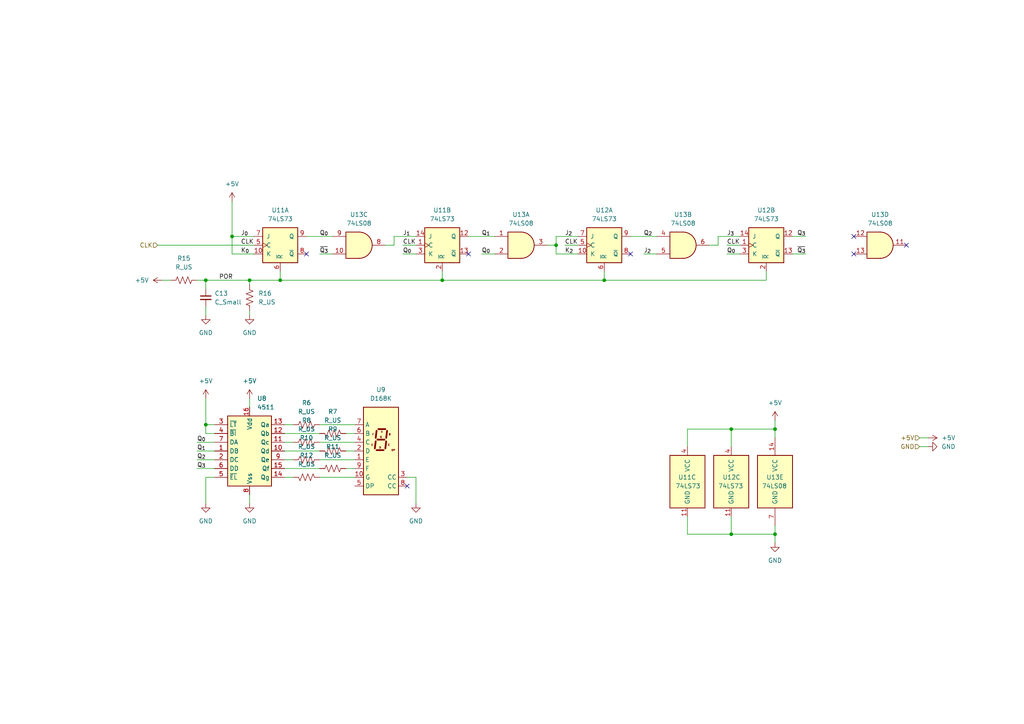
<source format=kicad_sch>
(kicad_sch (version 20230121) (generator eeschema)
  (paper "A4")
  (lib_symbols
    (symbol "4xxx_IEEE:4511"
      (property "Reference" "U8" (at 2.1941 15.24 0))
      (property "Value" "4511" (at 2.1941 12.7 0))
      (symbol "4511_0_1"
        (rectangle (start -6.35 10.16) (end 6.35 -10.16) (stroke (width 0.254)) (fill (type background)))
      )
      (symbol "4511_1_1"
        (pin input line (at -10.16 0 0) (length 3.81) (name "DB") (number "1"))
        (pin output line (at 10.16 0 180) (length 3.81) (name "Qd") (number "10"))
        (pin output line (at 10.16 2.54 180) (length 3.81) (name "Qc") (number "11"))
        (pin output line (at 10.16 5.08 180) (length 3.81) (name "Qb") (number "12"))
        (pin output line (at 10.16 7.62 180) (length 3.81) (name "Qa") (number "13"))
        (pin output line (at 10.16 -7.62 180) (length 3.81) (name "Qg") (number "14"))
        (pin output line (at 10.16 -5.08 180) (length 3.81) (name "Qf") (number "15"))
        (pin power_in line (at 0 12.7 270) (length 2.54) (name "Vdd") (number "16"))
        (pin input line (at -10.16 -2.54 0) (length 3.81) (name "DC") (number "2"))
        (pin input line (at -10.16 7.62 0) (length 3.81) (name "~{LT}") (number "3"))
        (pin input line (at -10.16 5.08 0) (length 3.81) (name "~{BI}") (number "4"))
        (pin input line (at -10.16 -7.62 0) (length 3.81) (name "~{EL}") (number "5"))
        (pin input line (at -10.16 -5.08 0) (length 3.81) (name "DD") (number "6"))
        (pin input line (at -10.16 2.54 0) (length 3.81) (name "DA") (number "7"))
        (pin power_in line (at 0 -12.7 90) (length 2.54) (name "Vss") (number "8"))
        (pin output line (at 10.16 -2.54 180) (length 3.81) (name "Qe") (number "9"))
      )
    )
    (symbol "74xx:74LS08" (pin_names (offset 1.016))
      (property "Reference" "U" (at 0 1.27 0))
      (property "Value" "74LS08" (at 0 -1.27 0))
      (symbol "74LS08_1_1"
        (arc (start 0 -3.81) (mid 3.7934 0) (end 0 3.81) (stroke (width 0.254)) (fill (type background)))
        (polyline (pts (xy 0 3.81) (xy -3.81 3.81) (xy -3.81 -3.81) (xy 0 -3.81)) (stroke (width 0.254)) (fill (type background)))
        (pin input line (at -7.62 2.54 0) (length 3.81) (name "~") (number "1"))
        (pin input line (at -7.62 -2.54 0) (length 3.81) (name "~") (number "2"))
        (pin output line (at 7.62 0 180) (length 3.81) (name "~") (number "3"))
      )
      (symbol "74LS08_1_2"
        (arc (start -3.81 -3.81) (mid -2.589 0) (end -3.81 3.81) (stroke (width 0.254)))
        (arc (start -0.6096 -3.81) (mid 2.1842 -2.5851) (end 3.81 0) (stroke (width 0.254)) (fill (type background)))
        (polyline (pts (xy -3.81 -3.81) (xy -0.635 -3.81)) (stroke (width 0.254)) (fill (type background)))
        (polyline (pts (xy -3.81 3.81) (xy -0.635 3.81)) (stroke (width 0.254)) (fill (type background)))
        (polyline (pts (xy -0.635 3.81) (xy -3.81 3.81) (xy -3.81 3.81) (xy -3.556 3.4036) (xy -3.0226 2.2606) (xy -2.6924 1.0414) (xy -2.6162 -0.254) (xy -2.7686 -1.4986) (xy -3.175 -2.7178) (xy -3.81 -3.81) (xy -3.81 -3.81) (xy -0.635 -3.81)) (stroke (width -25.4)) (fill (type background)))
        (arc (start 3.81 0) (mid 2.1915 2.5936) (end -0.6096 3.81) (stroke (width 0.254)) (fill (type background)))
        (pin input inverted (at -7.62 2.54 0) (length 4.318) (name "~") (number "1"))
        (pin input inverted (at -7.62 -2.54 0) (length 4.318) (name "~") (number "2"))
        (pin output inverted (at 7.62 0 180) (length 3.81) (name "~") (number "3"))
      )
      (symbol "74LS08_2_1"
        (arc (start 0 -3.81) (mid 3.7934 0) (end 0 3.81) (stroke (width 0.254)) (fill (type background)))
        (polyline (pts (xy 0 3.81) (xy -3.81 3.81) (xy -3.81 -3.81) (xy 0 -3.81)) (stroke (width 0.254)) (fill (type background)))
        (pin input line (at -7.62 2.54 0) (length 3.81) (name "~") (number "4"))
        (pin input line (at -7.62 -2.54 0) (length 3.81) (name "~") (number "5"))
        (pin output line (at 7.62 0 180) (length 3.81) (name "~") (number "6"))
      )
      (symbol "74LS08_2_2"
        (arc (start -3.81 -3.81) (mid -2.589 0) (end -3.81 3.81) (stroke (width 0.254)))
        (arc (start -0.6096 -3.81) (mid 2.1842 -2.5851) (end 3.81 0) (stroke (width 0.254)) (fill (type background)))
        (polyline (pts (xy -3.81 -3.81) (xy -0.635 -3.81)) (stroke (width 0.254)) (fill (type background)))
        (polyline (pts (xy -3.81 3.81) (xy -0.635 3.81)) (stroke (width 0.254)) (fill (type background)))
        (polyline (pts (xy -0.635 3.81) (xy -3.81 3.81) (xy -3.81 3.81) (xy -3.556 3.4036) (xy -3.0226 2.2606) (xy -2.6924 1.0414) (xy -2.6162 -0.254) (xy -2.7686 -1.4986) (xy -3.175 -2.7178) (xy -3.81 -3.81) (xy -3.81 -3.81) (xy -0.635 -3.81)) (stroke (width -25.4)) (fill (type background)))
        (arc (start 3.81 0) (mid 2.1915 2.5936) (end -0.6096 3.81) (stroke (width 0.254)) (fill (type background)))
        (pin input inverted (at -7.62 2.54 0) (length 4.318) (name "~") (number "4"))
        (pin input inverted (at -7.62 -2.54 0) (length 4.318) (name "~") (number "5"))
        (pin output inverted (at 7.62 0 180) (length 3.81) (name "~") (number "6"))
      )
      (symbol "74LS08_3_1"
        (arc (start 0 -3.81) (mid 3.7934 0) (end 0 3.81) (stroke (width 0.254)) (fill (type background)))
        (polyline (pts (xy 0 3.81) (xy -3.81 3.81) (xy -3.81 -3.81) (xy 0 -3.81)) (stroke (width 0.254)) (fill (type background)))
        (pin input line (at -7.62 -2.54 0) (length 3.81) (name "~") (number "10"))
        (pin output line (at 7.62 0 180) (length 3.81) (name "~") (number "8"))
        (pin input line (at -7.62 2.54 0) (length 3.81) (name "~") (number "9"))
      )
      (symbol "74LS08_3_2"
        (arc (start -3.81 -3.81) (mid -2.589 0) (end -3.81 3.81) (stroke (width 0.254)))
        (arc (start -0.6096 -3.81) (mid 2.1842 -2.5851) (end 3.81 0) (stroke (width 0.254)) (fill (type background)))
        (polyline (pts (xy -3.81 -3.81) (xy -0.635 -3.81)) (stroke (width 0.254)) (fill (type background)))
        (polyline (pts (xy -3.81 3.81) (xy -0.635 3.81)) (stroke (width 0.254)) (fill (type background)))
        (polyline (pts (xy -0.635 3.81) (xy -3.81 3.81) (xy -3.81 3.81) (xy -3.556 3.4036) (xy -3.0226 2.2606) (xy -2.6924 1.0414) (xy -2.6162 -0.254) (xy -2.7686 -1.4986) (xy -3.175 -2.7178) (xy -3.81 -3.81) (xy -3.81 -3.81) (xy -0.635 -3.81)) (stroke (width -25.4)) (fill (type background)))
        (arc (start 3.81 0) (mid 2.1915 2.5936) (end -0.6096 3.81) (stroke (width 0.254)) (fill (type background)))
        (pin input inverted (at -7.62 -2.54 0) (length 4.318) (name "~") (number "10"))
        (pin output inverted (at 7.62 0 180) (length 3.81) (name "~") (number "8"))
        (pin input inverted (at -7.62 2.54 0) (length 4.318) (name "~") (number "9"))
      )
      (symbol "74LS08_4_1"
        (arc (start 0 -3.81) (mid 3.7934 0) (end 0 3.81) (stroke (width 0.254)) (fill (type background)))
        (polyline (pts (xy 0 3.81) (xy -3.81 3.81) (xy -3.81 -3.81) (xy 0 -3.81)) (stroke (width 0.254)) (fill (type background)))
        (pin output line (at 7.62 0 180) (length 3.81) (name "~") (number "11"))
        (pin input line (at -7.62 2.54 0) (length 3.81) (name "~") (number "12"))
        (pin input line (at -7.62 -2.54 0) (length 3.81) (name "~") (number "13"))
      )
      (symbol "74LS08_4_2"
        (arc (start -3.81 -3.81) (mid -2.589 0) (end -3.81 3.81) (stroke (width 0.254)))
        (arc (start -0.6096 -3.81) (mid 2.1842 -2.5851) (end 3.81 0) (stroke (width 0.254)) (fill (type background)))
        (polyline (pts (xy -3.81 -3.81) (xy -0.635 -3.81)) (stroke (width 0.254)) (fill (type background)))
        (polyline (pts (xy -3.81 3.81) (xy -0.635 3.81)) (stroke (width 0.254)) (fill (type background)))
        (polyline (pts (xy -0.635 3.81) (xy -3.81 3.81) (xy -3.81 3.81) (xy -3.556 3.4036) (xy -3.0226 2.2606) (xy -2.6924 1.0414) (xy -2.6162 -0.254) (xy -2.7686 -1.4986) (xy -3.175 -2.7178) (xy -3.81 -3.81) (xy -3.81 -3.81) (xy -0.635 -3.81)) (stroke (width -25.4)) (fill (type background)))
        (arc (start 3.81 0) (mid 2.1915 2.5936) (end -0.6096 3.81) (stroke (width 0.254)) (fill (type background)))
        (pin output inverted (at 7.62 0 180) (length 3.81) (name "~") (number "11"))
        (pin input inverted (at -7.62 2.54 0) (length 4.318) (name "~") (number "12"))
        (pin input inverted (at -7.62 -2.54 0) (length 4.318) (name "~") (number "13"))
      )
      (symbol "74LS08_5_0"
        (pin power_in line (at 0 12.7 270) (length 5.08) (name "VCC") (number "14"))
        (pin power_in line (at 0 -12.7 90) (length 5.08) (name "GND") (number "7"))
      )
      (symbol "74LS08_5_1"
        (rectangle (start -5.08 7.62) (end 5.08 -7.62) (stroke (width 0.254)) (fill (type background)))
      )
    )
    (symbol "74xx:74LS73" (pin_names (offset 1.016))
      (property "Reference" "U" (at -7.62 8.89 0))
      (property "Value" "74LS73" (at -7.62 -8.89 0))
      (symbol "74LS73_1_0"
        (pin input line (at -7.62 -2.54 0) (length 2.54) (name "K") (number "10"))
        (pin input clock (at -7.62 0 0) (length 2.54) (name "C") (number "5"))
        (pin input line (at 0 -7.62 90) (length 2.54) (name "~{R}") (number "6"))
        (pin input line (at -7.62 2.54 0) (length 2.54) (name "J") (number "7"))
        (pin output line (at 7.62 -2.54 180) (length 2.54) (name "~{Q}") (number "8"))
        (pin output line (at 7.62 2.54 180) (length 2.54) (name "Q") (number "9"))
      )
      (symbol "74LS73_1_1"
        (rectangle (start -5.08 5.08) (end 5.08 -5.08) (stroke (width 0.254)) (fill (type background)))
      )
      (symbol "74LS73_2_0"
        (pin input clock (at -7.62 0 0) (length 2.54) (name "C") (number "1"))
        (pin output line (at 7.62 2.54 180) (length 2.54) (name "Q") (number "12"))
        (pin output line (at 7.62 -2.54 180) (length 2.54) (name "~{Q}") (number "13"))
        (pin input line (at -7.62 2.54 0) (length 2.54) (name "J") (number "14"))
        (pin input line (at 0 -7.62 90) (length 2.54) (name "~{R}") (number "2"))
        (pin input line (at -7.62 -2.54 0) (length 2.54) (name "K") (number "3"))
      )
      (symbol "74LS73_2_1"
        (rectangle (start -5.08 5.08) (end 5.08 -5.08) (stroke (width 0.254)) (fill (type background)))
      )
      (symbol "74LS73_3_0"
        (pin power_in line (at 0 -10.16 90) (length 2.54) (name "GND") (number "11"))
        (pin power_in line (at 0 10.16 270) (length 2.54) (name "VCC") (number "4"))
      )
      (symbol "74LS73_3_1"
        (rectangle (start -5.08 7.62) (end 5.08 -7.62) (stroke (width 0.254)) (fill (type background)))
      )
    )
    (symbol "Device:C_Small" (pin_numbers hide) (pin_names (offset 0.254) hide)
      (property "Reference" "C" (at 0.254 1.778 0))
      (property "Value" "C_Small" (at 0.254 -2.032 0))
      (symbol "C_Small_0_1"
        (polyline (pts (xy -1.524 -0.508) (xy 1.524 -0.508)) (stroke (width 0.3302)))
        (polyline (pts (xy -1.524 0.508) (xy 1.524 0.508)) (stroke (width 0.3048)))
      )
      (symbol "C_Small_1_1"
        (pin passive line (at 0 2.54 270) (length 2.032) (name "~") (number "1"))
        (pin passive line (at 0 -2.54 90) (length 2.032) (name "~") (number "2"))
      )
    )
    (symbol "Device:R_US" (pin_numbers hide) (pin_names (offset 0))
      (property "Reference" "R" (at 2.54 0 90))
      (property "Value" "R_US" (at -2.54 0 90))
      (symbol "R_US_0_1"
        (polyline (pts (xy 0 -2.286) (xy 0 -2.54)))
        (polyline (pts (xy 0 2.286) (xy 0 2.54)))
        (polyline (pts (xy 0 -0.762) (xy 1.016 -1.143) (xy 0 -1.524) (xy -1.016 -1.905) (xy 0 -2.286)))
        (polyline (pts (xy 0 0.762) (xy 1.016 0.381) (xy 0 0) (xy -1.016 -0.381) (xy 0 -0.762)))
        (polyline (pts (xy 0 2.286) (xy 1.016 1.905) (xy 0 1.524) (xy -1.016 1.143) (xy 0 0.762)))
      )
      (symbol "R_US_1_1"
        (pin passive line (at 0 3.81 270) (length 1.27) (name "~") (number "1"))
        (pin passive line (at 0 -3.81 90) (length 1.27) (name "~") (number "2"))
      )
    )
    (symbol "Display_Character:D168K"
      (property "Reference" "U" (at -2.54 13.97 0))
      (property "Value" "D168K" (at 1.27 13.97 0))
      (symbol "D168K_0_0"
        (text "A" (at 0.254 5.588 0) (effects (font (size 0.508 0.508))))
        (text "B" (at 2.54 4.826 0) (effects (font (size 0.508 0.508))))
        (text "C" (at 2.286 1.778 0) (effects (font (size 0.508 0.508))))
        (text "D" (at -0.254 1.016 0) (effects (font (size 0.508 0.508))))
        (text "DP" (at 3.556 0.254 0) (effects (font (size 0.508 0.508))))
        (text "E" (at -2.54 1.778 0) (effects (font (size 0.508 0.508))))
        (text "F" (at -2.286 4.826 0) (effects (font (size 0.508 0.508))))
        (text "G" (at 0 4.064 0) (effects (font (size 0.508 0.508))))
      )
      (symbol "D168K_0_1"
        (rectangle (start -5.08 12.7) (end 5.08 -12.7) (stroke (width 0.254)) (fill (type background)))
        (polyline (pts (xy -1.524 2.794) (xy -1.778 0.762)) (stroke (width 0.508)))
        (polyline (pts (xy -1.27 0.254) (xy 0.762 0.254)) (stroke (width 0.508)))
        (polyline (pts (xy -1.27 5.842) (xy -1.524 3.81)) (stroke (width 0.508)))
        (polyline (pts (xy -1.016 3.302) (xy 1.016 3.302)) (stroke (width 0.508)))
        (polyline (pts (xy -0.762 6.35) (xy 1.27 6.35)) (stroke (width 0.508)))
        (polyline (pts (xy 1.524 2.794) (xy 1.27 0.762)) (stroke (width 0.508)))
        (polyline (pts (xy 1.778 5.842) (xy 1.524 3.81)) (stroke (width 0.508)))
        (polyline (pts (xy 2.54 0.254) (xy 2.54 0.254)) (stroke (width 0.508)))
      )
      (symbol "D168K_1_1"
        (pin input line (at -7.62 -2.54 0) (length 2.54) (name "E") (number "1"))
        (pin input line (at -7.62 -7.62 0) (length 2.54) (name "G") (number "10"))
        (pin input line (at -7.62 0 0) (length 2.54) (name "D") (number "2"))
        (pin input line (at 7.62 -7.62 180) (length 2.54) (name "CC") (number "3"))
        (pin input line (at -7.62 2.54 0) (length 2.54) (name "C") (number "4"))
        (pin input line (at -7.62 -10.16 0) (length 2.54) (name "DP") (number "5"))
        (pin input line (at -7.62 5.08 0) (length 2.54) (name "B") (number "6"))
        (pin input line (at -7.62 7.62 0) (length 2.54) (name "A") (number "7"))
        (pin input line (at 7.62 -10.16 180) (length 2.54) (name "CC") (number "8"))
        (pin input line (at -7.62 -5.08 0) (length 2.54) (name "F") (number "9"))
      )
    )
    (symbol "power:+5V" (power) (pin_names (offset 0))
      (property "Value" "+5V" (at 0 3.556 0))
      (symbol "+5V_0_1"
        (polyline (pts (xy -0.762 1.27) (xy 0 2.54)))
        (polyline (pts (xy 0 0) (xy 0 2.54)))
        (polyline (pts (xy 0 2.54) (xy 0.762 1.27)))
      )
      (symbol "+5V_1_1"
        (pin power_in line (at 0 0 90) (length 0) hide (name "+5V") (number "1"))
      )
    )
    (symbol "power:GND" (power) (pin_names (offset 0))
      (property "Value" "GND" (at 0 -3.81 0))
      (symbol "GND_0_1"
        (polyline (pts (xy 0 0) (xy 0 -1.27) (xy 1.27 -1.27) (xy 0 -2.54) (xy -1.27 -1.27) (xy 0 -1.27)))
      )
      (symbol "GND_1_1"
        (pin power_in line (at 0 0 270) (length 0) hide (name "GND") (number "1"))
      )
    )
  )
  (junction (at 224.79 154.94))
  (junction (at 59.69 123.19))
  (junction (at 81.28 81.28))
  (junction (at 212.09 154.94))
  (junction (at 72.39 81.28))
  (junction (at 59.69 81.28))
  (junction (at 224.79 124.46))
  (junction (at 175.26 81.28))
  (junction (at 161.29 71.12))
  (junction (at 128.27 81.28))
  (junction (at 67.31 68.58))
  (junction (at 212.09 124.46))
  (no_connect (at 247.65 68.58))
  (no_connect (at 88.9 73.66))
  (no_connect (at 118.11 140.97))
  (no_connect (at 135.89 73.66))
  (no_connect (at 262.89 71.12))
  (no_connect (at 247.65 73.66))
  (no_connect (at 182.88 73.66))
  (wire (pts (xy 72.39 90.17) (xy 72.39 91.44)))
  (wire (pts (xy 72.39 81.28) (xy 81.28 81.28)))
  (wire (pts (xy 82.55 138.43) (xy 85.09 138.43)))
  (wire (pts (xy 116.84 71.12) (xy 120.65 71.12)))
  (wire (pts (xy 67.31 68.58) (xy 73.66 68.58)))
  (wire (pts (xy 59.69 81.28) (xy 72.39 81.28)))
  (wire (pts (xy 199.39 154.94) (xy 199.39 149.86)))
  (wire (pts (xy 82.55 133.35) (xy 85.09 133.35)))
  (wire (pts (xy 158.75 71.12) (xy 161.29 71.12)))
  (wire (pts (xy 186.69 73.66) (xy 190.5 73.66)))
  (wire (pts (xy 88.9 68.58) (xy 96.52 68.58)))
  (wire (pts (xy 161.29 71.12) (xy 161.29 68.58)))
  (wire (pts (xy 199.39 129.54) (xy 199.39 124.46)))
  (wire (pts (xy 224.79 127) (xy 224.79 124.46)))
  (wire (pts (xy 59.69 138.43) (xy 59.69 146.05)))
  (wire (pts (xy 72.39 115.57) (xy 72.39 118.11)))
  (wire (pts (xy 57.15 133.35) (xy 62.23 133.35)))
  (wire (pts (xy 67.31 58.42) (xy 67.31 68.58)))
  (wire (pts (xy 59.69 125.73) (xy 62.23 125.73)))
  (wire (pts (xy 57.15 128.27) (xy 62.23 128.27)))
  (wire (pts (xy 161.29 68.58) (xy 167.64 68.58)))
  (wire (pts (xy 161.29 73.66) (xy 161.29 71.12)))
  (wire (pts (xy 175.26 78.74) (xy 175.26 81.28)))
  (wire (pts (xy 182.88 68.58) (xy 190.5 68.58)))
  (wire (pts (xy 59.69 81.28) (xy 59.69 83.82)))
  (wire (pts (xy 229.87 73.66) (xy 233.68 73.66)))
  (wire (pts (xy 208.28 71.12) (xy 208.28 68.58)))
  (wire (pts (xy 82.55 130.81) (xy 92.71 130.81)))
  (wire (pts (xy 229.87 68.58) (xy 233.68 68.58)))
  (wire (pts (xy 175.26 81.28) (xy 128.27 81.28)))
  (wire (pts (xy 59.69 123.19) (xy 62.23 123.19)))
  (wire (pts (xy 81.28 81.28) (xy 81.28 78.74)))
  (wire (pts (xy 212.09 149.86) (xy 212.09 154.94)))
  (wire (pts (xy 222.25 78.74) (xy 222.25 81.28)))
  (wire (pts (xy 199.39 124.46) (xy 212.09 124.46)))
  (wire (pts (xy 212.09 154.94) (xy 224.79 154.94)))
  (wire (pts (xy 114.3 71.12) (xy 114.3 68.58)))
  (wire (pts (xy 59.69 138.43) (xy 62.23 138.43)))
  (wire (pts (xy 224.79 121.92) (xy 224.79 124.46)))
  (wire (pts (xy 139.7 73.66) (xy 143.51 73.66)))
  (wire (pts (xy 212.09 129.54) (xy 212.09 124.46)))
  (wire (pts (xy 57.15 81.28) (xy 59.69 81.28)))
  (wire (pts (xy 92.71 73.66) (xy 96.52 73.66)))
  (wire (pts (xy 224.79 154.94) (xy 224.79 157.48)))
  (wire (pts (xy 120.65 138.43) (xy 118.11 138.43)))
  (wire (pts (xy 199.39 154.94) (xy 212.09 154.94)))
  (wire (pts (xy 128.27 81.28) (xy 81.28 81.28)))
  (wire (pts (xy 59.69 123.19) (xy 59.69 125.73)))
  (wire (pts (xy 46.99 81.28) (xy 49.53 81.28)))
  (wire (pts (xy 72.39 143.51) (xy 72.39 146.05)))
  (wire (pts (xy 92.71 133.35) (xy 102.87 133.35)))
  (wire (pts (xy 45.72 71.12) (xy 73.66 71.12)))
  (wire (pts (xy 210.82 71.12) (xy 214.63 71.12)))
  (wire (pts (xy 92.71 123.19) (xy 102.87 123.19)))
  (wire (pts (xy 114.3 68.58) (xy 120.65 68.58)))
  (wire (pts (xy 100.33 135.89) (xy 102.87 135.89)))
  (wire (pts (xy 72.39 81.28) (xy 72.39 82.55)))
  (wire (pts (xy 163.83 71.12) (xy 167.64 71.12)))
  (wire (pts (xy 82.55 123.19) (xy 85.09 123.19)))
  (wire (pts (xy 128.27 78.74) (xy 128.27 81.28)))
  (wire (pts (xy 120.65 138.43) (xy 120.65 146.05)))
  (wire (pts (xy 210.82 73.66) (xy 214.63 73.66)))
  (wire (pts (xy 59.69 88.9) (xy 59.69 91.44)))
  (wire (pts (xy 116.84 73.66) (xy 120.65 73.66)))
  (wire (pts (xy 208.28 68.58) (xy 214.63 68.58)))
  (wire (pts (xy 82.55 128.27) (xy 85.09 128.27)))
  (wire (pts (xy 266.7 127) (xy 269.24 127)))
  (wire (pts (xy 208.28 71.12) (xy 205.74 71.12)))
  (wire (pts (xy 57.15 130.81) (xy 62.23 130.81)))
  (wire (pts (xy 224.79 152.4) (xy 224.79 154.94)))
  (wire (pts (xy 67.31 68.58) (xy 67.31 73.66)))
  (wire (pts (xy 92.71 138.43) (xy 102.87 138.43)))
  (wire (pts (xy 67.31 73.66) (xy 73.66 73.66)))
  (wire (pts (xy 135.89 68.58) (xy 143.51 68.58)))
  (wire (pts (xy 82.55 135.89) (xy 92.71 135.89)))
  (wire (pts (xy 92.71 128.27) (xy 102.87 128.27)))
  (wire (pts (xy 266.7 129.54) (xy 269.24 129.54)))
  (wire (pts (xy 59.69 115.57) (xy 59.69 123.19)))
  (wire (pts (xy 100.33 125.73) (xy 102.87 125.73)))
  (wire (pts (xy 222.25 81.28) (xy 175.26 81.28)))
  (wire (pts (xy 111.76 71.12) (xy 114.3 71.12)))
  (wire (pts (xy 161.29 73.66) (xy 167.64 73.66)))
  (wire (pts (xy 82.55 125.73) (xy 92.71 125.73)))
  (wire (pts (xy 100.33 130.81) (xy 102.87 130.81)))
  (wire (pts (xy 212.09 124.46) (xy 224.79 124.46)))
  (wire (pts (xy 57.15 135.89) (xy 62.23 135.89)))
  (label "CLK" (at 116.84 71.12 0))
  (label "~{Q_{3}}" (at 233.68 73.66 180))
  (label "~{Q_{3}}" (at 92.71 73.66 0))
  (label "CLK" (at 69.85 71.12 0))
  (label "POR" (at 63.5 81.28 0))
  (label "J_{2}" (at 163.83 68.58 0))
  (label "K_{0}" (at 69.85 73.66 0))
  (label "Q_{0}" (at 116.84 73.66 0))
  (label "CLK" (at 210.82 71.12 0))
  (label "Q_{0}" (at 92.71 68.58 0))
  (label "Q_{0}" (at 139.7 73.66 0))
  (label "Q_{2}" (at 57.15 133.35 0))
  (label "Q_{1}" (at 139.7 68.58 0))
  (label "J_{0}" (at 69.85 68.58 0))
  (label "CLK" (at 163.83 71.12 0))
  (label "J_{1}" (at 116.84 68.58 0))
  (label "Q_{3}" (at 57.15 135.89 0))
  (label "Q_{2}" (at 186.69 68.58 0))
  (label "J_{2}" (at 186.69 73.66 0))
  (label "Q_{3}" (at 233.68 68.58 180))
  (label "Q_{1}" (at 57.15 130.81 0))
  (label "Q_{0}" (at 57.15 128.27 0))
  (label "K_{2}" (at 163.83 73.66 0))
  (label "J_{3}" (at 210.82 68.58 0))
  (label "Q_{0}" (at 210.82 73.66 0))
  (hierarchical_label "+5V" (shape input) (at 266.7 127 180))
  (hierarchical_label "GND" (shape input) (at 266.7 129.54 180))
  (hierarchical_label "CLK" (shape input) (at 45.72 71.12 180))
  (symbol (lib_id "Device:R_US") (at 72.39 86.36 180) (unit 1)
    (property "Reference" "R16" (at 74.93 85.09 0) (effects (justify right)))
    (property "Value" "R_US" (at 74.93 87.63 0) (effects (justify right)))
    (property "Footprint" "Resistor_THT:R_Axial_DIN0207_L6.3mm_D2.5mm_P2.54mm_Vertical" (effects hide))
  )
  (symbol (lib_id "74xx:74LS73") (at 212.09 139.7 0) (unit 3)
    (property "Reference" "U12" (at 209.55 138.43 0) (effects (justify left)))
    (property "Value" "74LS73" (at 208.28 140.97 0) (effects (justify left)))
    (property "Footprint" "Package_DIP:DIP-14_W7.62mm_Socket" (effects hide))
    (property "Datasheet" "http://www.ti.com/lit/gpn/sn74LS73" (effects hide))
  )
  (symbol (lib_id "Device:C_Small") (at 59.69 86.36 0) (unit 1)
    (property "Reference" "C13" (at 62.23 85.0963 0) (effects (justify left)))
    (property "Value" "C_Small" (at 62.23 87.6363 0) (effects (justify left)))
    (property "Footprint" "Capacitor_THT:CP_Radial_D5.0mm_P2.50mm" (effects hide))
  )
  (symbol (lib_id "power:GND") (at 59.69 91.44 0) (unit 1)
    (property "Reference" "#PWR0103" (effects hide))
    (property "Value" "GND" (at 59.69 96.52 0))
  )
  (symbol (lib_id "power:GND") (at 72.39 91.44 0) (unit 1)
    (property "Reference" "#PWR0102" (effects hide))
    (property "Value" "GND" (at 72.39 96.52 0))
  )
  (symbol (lib_id "74xx:74LS73") (at 199.39 139.7 0) (unit 3)
    (property "Reference" "U11" (at 201.93 138.43 0) (effects (justify right)))
    (property "Value" "74LS73" (at 203.2 140.97 0) (effects (justify right)))
    (property "Footprint" "Package_DIP:DIP-14_W7.62mm_Socket" (effects hide))
    (property "Datasheet" "http://www.ti.com/lit/gpn/sn74LS73" (effects hide))
  )
  (symbol (lib_id "power:+5V") (at 59.69 115.57 0) (unit 1)
    (property "Reference" "#PWR062" (effects hide))
    (property "Value" "+5V" (at 59.69 110.49 0))
  )
  (symbol (lib_id "74xx:74LS08") (at 151.13 71.12 0) (unit 1)
    (property "Reference" "U13" (at 151.1217 62.23 0))
    (property "Value" "74LS08" (at 151.1217 64.77 0))
    (property "Footprint" "Package_DIP:DIP-14_W7.62mm_Socket" (effects hide))
    (property "Datasheet" "http://www.ti.com/lit/gpn/sn74LS08" (effects hide))
  )
  (symbol (lib_id "74xx:74LS08") (at 104.14 71.12 0) (unit 3)
    (property "Reference" "U13" (at 104.1317 62.23 0))
    (property "Value" "74LS08" (at 104.1317 64.77 0))
    (property "Footprint" "Package_DIP:DIP-14_W7.62mm_Socket" (effects hide))
    (property "Datasheet" "http://www.ti.com/lit/gpn/sn74LS08" (effects hide))
  )
  (symbol (lib_id "power:GND") (at 120.65 146.05 0) (unit 1)
    (property "Reference" "#PWR060" (effects hide))
    (property "Value" "GND" (at 120.65 151.13 0))
  )
  (symbol (lib_id "Device:R_US") (at 88.9 128.27 90) (unit 1)
    (property "Reference" "R8" (at 88.9 121.92 90))
    (property "Value" "R_US" (at 88.9 124.46 90))
    (property "Footprint" "Resistor_THT:R_Axial_DIN0207_L6.3mm_D2.5mm_P2.54mm_Vertical" (effects hide))
  )
  (symbol (lib_id "4xxx_IEEE:4511") (at 72.39 130.81 0) (unit 1)
    (property "Reference" "U8" (at 74.5841 115.57 0) (effects (justify left)))
    (property "Value" "4511" (at 74.5841 118.11 0) (effects (justify left)))
    (property "Footprint" "Package_DIP:DIP-16_W7.62mm_Socket" (effects hide))
  )
  (symbol (lib_id "power:GND") (at 224.79 157.48 0) (unit 1)
    (property "Reference" "#PWR063" (effects hide))
    (property "Value" "GND" (at 224.79 162.56 0))
  )
  (symbol (lib_id "Device:R_US") (at 53.34 81.28 90) (unit 1)
    (property "Reference" "R15" (at 53.34 74.93 90))
    (property "Value" "R_US" (at 53.34 77.47 90))
    (property "Footprint" "Resistor_THT:R_Axial_DIN0207_L6.3mm_D2.5mm_P7.62mm_Horizontal" (effects hide))
  )
  (symbol (lib_id "power:GND") (at 72.39 146.05 0) (unit 1)
    (property "Reference" "#PWR059" (effects hide))
    (property "Value" "GND" (at 72.39 151.13 0))
  )
  (symbol (lib_id "74xx:74LS73") (at 222.25 71.12 0) (unit 2)
    (property "Reference" "U12" (at 222.25 60.96 0))
    (property "Value" "74LS73" (at 222.25 63.5 0))
    (property "Footprint" "Package_DIP:DIP-14_W7.62mm_Socket" (effects hide))
    (property "Datasheet" "http://www.ti.com/lit/gpn/sn74LS73" (effects hide))
  )
  (symbol (lib_id "74xx:74LS73") (at 81.28 71.12 0) (unit 1)
    (property "Reference" "U11" (at 81.28 60.96 0))
    (property "Value" "74LS73" (at 81.28 63.5 0))
    (property "Footprint" "Package_DIP:DIP-14_W7.62mm_Socket" (effects hide))
    (property "Datasheet" "http://www.ti.com/lit/gpn/sn74LS73" (effects hide))
  )
  (symbol (lib_id "74xx:74LS08") (at 224.79 139.7 0) (unit 5)
    (property "Reference" "U13" (at 222.25 138.43 0) (effects (justify left)))
    (property "Value" "74LS08" (at 220.98 140.97 0) (effects (justify left)))
    (property "Footprint" "Package_DIP:DIP-14_W7.62mm_Socket" (effects hide))
    (property "Datasheet" "http://www.ti.com/lit/gpn/sn74LS08" (effects hide))
  )
  (symbol (lib_id "power:+5V") (at 46.99 81.28 90) (unit 1)
    (property "Reference" "#PWR0101" (effects hide))
    (property "Value" "+5V" (at 43.18 81.28 90) (effects (justify left)))
  )
  (symbol (lib_id "74xx:74LS08") (at 198.12 71.12 0) (unit 2)
    (property "Reference" "U13" (at 198.1117 62.23 0))
    (property "Value" "74LS08" (at 198.1117 64.77 0))
    (property "Footprint" "Package_DIP:DIP-14_W7.62mm_Socket" (effects hide))
    (property "Datasheet" "http://www.ti.com/lit/gpn/sn74LS08" (effects hide))
  )
  (symbol (lib_id "power:+5V") (at 72.39 115.57 0) (unit 1)
    (property "Reference" "#PWR053" (effects hide))
    (property "Value" "+5V" (at 72.39 110.49 0))
  )
  (symbol (lib_id "power:+5V") (at 67.31 58.42 0) (unit 1)
    (property "Reference" "#PWR065" (effects hide))
    (property "Value" "+5V" (at 67.31 53.34 0))
  )
  (symbol (lib_id "74xx:74LS73") (at 128.27 71.12 0) (unit 2)
    (property "Reference" "U11" (at 128.27 60.96 0))
    (property "Value" "74LS73" (at 128.27 63.5 0))
    (property "Footprint" "Package_DIP:DIP-14_W7.62mm_Socket" (effects hide))
    (property "Datasheet" "http://www.ti.com/lit/gpn/sn74LS73" (effects hide))
  )
  (symbol (lib_id "Device:R_US") (at 88.9 123.19 90) (unit 1)
    (property "Reference" "R6" (at 88.9 116.84 90))
    (property "Value" "R_US" (at 88.9 119.38 90))
    (property "Footprint" "Resistor_THT:R_Axial_DIN0207_L6.3mm_D2.5mm_P2.54mm_Vertical" (effects hide))
  )
  (symbol (lib_id "74xx:74LS73") (at 175.26 71.12 0) (unit 1)
    (property "Reference" "U12" (at 175.26 60.96 0))
    (property "Value" "74LS73" (at 175.26 63.5 0))
    (property "Footprint" "Package_DIP:DIP-14_W7.62mm_Socket" (effects hide))
    (property "Datasheet" "http://www.ti.com/lit/gpn/sn74LS73" (effects hide))
  )
  (symbol (lib_id "74xx:74LS08") (at 255.27 71.12 0) (unit 4)
    (property "Reference" "U13" (at 255.2617 62.23 0))
    (property "Value" "74LS08" (at 255.2617 64.77 0))
    (property "Footprint" "Package_DIP:DIP-14_W7.62mm_Socket" (effects hide))
    (property "Datasheet" "http://www.ti.com/lit/gpn/sn74LS08" (effects hide))
  )
  (symbol (lib_id "Device:R_US") (at 88.9 138.43 270) (mirror x) (unit 1)
    (property "Reference" "R12" (at 88.9 132.08 90))
    (property "Value" "R_US" (at 88.9 134.62 90))
    (property "Footprint" "Resistor_THT:R_Axial_DIN0207_L6.3mm_D2.5mm_P2.54mm_Vertical" (effects hide))
  )
  (symbol (lib_id "Device:R_US") (at 88.9 133.35 90) (unit 1)
    (property "Reference" "R10" (at 88.9 127 90))
    (property "Value" "R_US" (at 88.9 129.54 90))
    (property "Footprint" "Resistor_THT:R_Axial_DIN0207_L6.3mm_D2.5mm_P2.54mm_Vertical" (effects hide))
  )
  (symbol (lib_id "power:+5V") (at 224.79 121.92 0) (unit 1)
    (property "Reference" "#PWR064" (effects hide))
    (property "Value" "+5V" (at 224.79 116.84 0))
  )
  (symbol (lib_id "Device:R_US") (at 96.52 125.73 270) (mirror x) (unit 1)
    (property "Reference" "R7" (at 96.52 119.38 90))
    (property "Value" "R_US" (at 96.52 121.92 90))
    (property "Footprint" "Resistor_THT:R_Axial_DIN0207_L6.3mm_D2.5mm_P2.54mm_Vertical" (effects hide))
  )
  (symbol (lib_id "Device:R_US") (at 96.52 135.89 90) (unit 1)
    (property "Reference" "R11" (at 96.52 129.54 90))
    (property "Value" "R_US" (at 96.52 132.08 90))
    (property "Footprint" "Resistor_THT:R_Axial_DIN0207_L6.3mm_D2.5mm_P2.54mm_Vertical" (effects hide))
  )
  (symbol (lib_id "power:GND") (at 59.69 146.05 0) (unit 1)
    (property "Reference" "#PWR061" (effects hide))
    (property "Value" "GND" (at 59.69 151.13 0))
  )
  (symbol (lib_id "Display_Character:D168K") (at 110.49 130.81 0) (unit 1)
    (property "Reference" "U9" (at 110.49 113.03 0))
    (property "Value" "D168K" (at 110.49 115.57 0))
    (property "Footprint" "Display_7Segment:D1X8K" (effects hide))
    (property "Datasheet" "https://ia800903.us.archive.org/24/items/CTKD1x8K/Cromatek%20D168K.pdf" (effects hide))
  )
  (symbol (lib_id "power:GND") (at 269.24 129.54 90) (unit 1)
    (property "Reference" "#PWR033" (effects hide))
    (property "Value" "GND" (at 273.05 129.54 90) (effects (justify right)))
    (instances (project "preperf_10x10" (path "" (reference "#PWR033") (unit 1)) (path "" (reference "#PWR052") (unit 1)) (path "" (reference "#PWR067") (unit 1))))
  )
  (symbol (lib_id "Device:R_US") (at 96.52 130.81 270) (mirror x) (unit 1)
    (property "Reference" "R9" (at 96.52 124.46 90))
    (property "Value" "R_US" (at 96.52 127 90))
    (property "Footprint" "Resistor_THT:R_Axial_DIN0207_L6.3mm_D2.5mm_P2.54mm_Vertical" (effects hide))
  )
  (symbol (lib_id "power:+5V") (at 269.24 127 270) (unit 1)
    (property "Reference" "#PWR032" (effects hide))
    (property "Value" "+5V" (at 273.05 127 90) (effects (justify left)))
    (instances (project "preperf_10x10" (path "" (reference "#PWR032") (unit 1)) (path "" (reference "#PWR051") (unit 1)) (path "" (reference "#PWR066") (unit 1))))
  )
)
</source>
